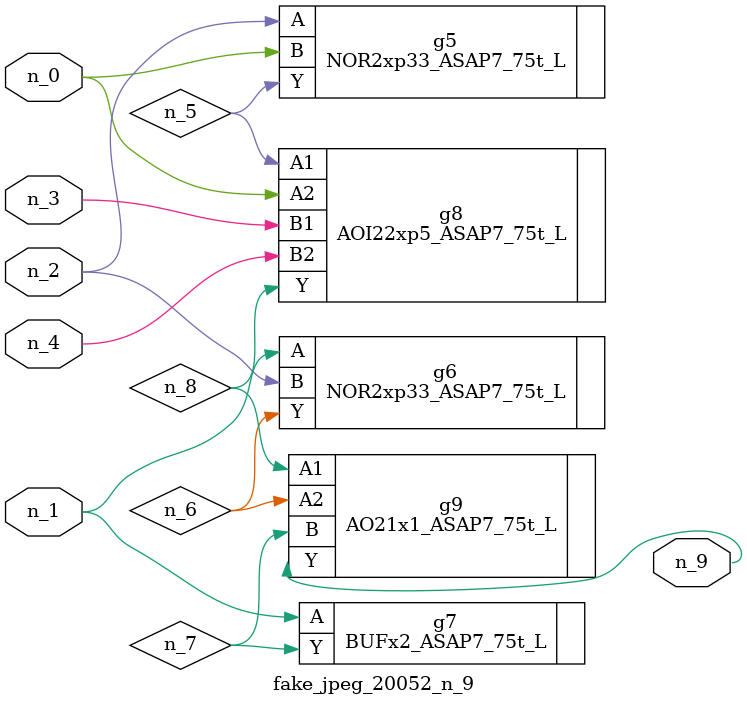
<source format=v>
module fake_jpeg_20052_n_9 (n_3, n_2, n_1, n_0, n_4, n_9);

input n_3;
input n_2;
input n_1;
input n_0;
input n_4;

output n_9;

wire n_8;
wire n_6;
wire n_5;
wire n_7;

NOR2xp33_ASAP7_75t_L g5 ( 
.A(n_2),
.B(n_0),
.Y(n_5)
);

NOR2xp33_ASAP7_75t_L g6 ( 
.A(n_1),
.B(n_2),
.Y(n_6)
);

BUFx2_ASAP7_75t_L g7 ( 
.A(n_1),
.Y(n_7)
);

AOI22xp5_ASAP7_75t_L g8 ( 
.A1(n_5),
.A2(n_0),
.B1(n_3),
.B2(n_4),
.Y(n_8)
);

AO21x1_ASAP7_75t_L g9 ( 
.A1(n_8),
.A2(n_6),
.B(n_7),
.Y(n_9)
);


endmodule
</source>
